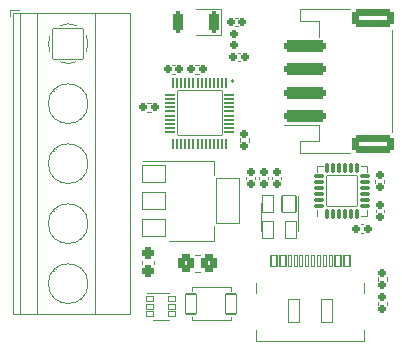
<source format=gbr>
%TF.GenerationSoftware,KiCad,Pcbnew,(6.0.0-0)*%
%TF.CreationDate,2022-12-06T19:34:54+01:00*%
%TF.ProjectId,esp32-led,65737033-322d-46c6-9564-2e6b69636164,rev?*%
%TF.SameCoordinates,Original*%
%TF.FileFunction,Legend,Top*%
%TF.FilePolarity,Positive*%
%FSLAX46Y46*%
G04 Gerber Fmt 4.6, Leading zero omitted, Abs format (unit mm)*
G04 Created by KiCad (PCBNEW (6.0.0-0)) date 2022-12-06 19:34:54*
%MOMM*%
%LPD*%
G01*
G04 APERTURE LIST*
G04 Aperture macros list*
%AMRoundRect*
0 Rectangle with rounded corners*
0 $1 Rounding radius*
0 $2 $3 $4 $5 $6 $7 $8 $9 X,Y pos of 4 corners*
0 Add a 4 corners polygon primitive as box body*
4,1,4,$2,$3,$4,$5,$6,$7,$8,$9,$2,$3,0*
0 Add four circle primitives for the rounded corners*
1,1,$1+$1,$2,$3*
1,1,$1+$1,$4,$5*
1,1,$1+$1,$6,$7*
1,1,$1+$1,$8,$9*
0 Add four rect primitives between the rounded corners*
20,1,$1+$1,$2,$3,$4,$5,0*
20,1,$1+$1,$4,$5,$6,$7,0*
20,1,$1+$1,$6,$7,$8,$9,0*
20,1,$1+$1,$8,$9,$2,$3,0*%
G04 Aperture macros list end*
%ADD10C,0.120000*%
%ADD11C,0.175000*%
%ADD12RoundRect,0.190000X-0.140000X-0.170000X0.140000X-0.170000X0.140000X0.170000X-0.140000X0.170000X0*%
%ADD13RoundRect,0.050000X-1.300000X1.300000X-1.300000X-1.300000X1.300000X-1.300000X1.300000X1.300000X0*%
%ADD14C,2.700000*%
%ADD15RoundRect,0.250000X0.200000X0.700000X-0.200000X0.700000X-0.200000X-0.700000X0.200000X-0.700000X0*%
%ADD16RoundRect,0.050000X0.600000X0.700000X-0.600000X0.700000X-0.600000X-0.700000X0.600000X-0.700000X0*%
%ADD17RoundRect,0.050000X0.500000X0.700000X-0.500000X0.700000X-0.500000X-0.700000X0.500000X-0.700000X0*%
%ADD18RoundRect,0.112500X0.062500X-0.350000X0.062500X0.350000X-0.062500X0.350000X-0.062500X-0.350000X0*%
%ADD19RoundRect,0.112500X0.350000X-0.062500X0.350000X0.062500X-0.350000X0.062500X-0.350000X-0.062500X0*%
%ADD20C,0.700000*%
%ADD21RoundRect,0.050000X1.300000X-1.300000X1.300000X1.300000X-1.300000X1.300000X-1.300000X-1.300000X0*%
%ADD22RoundRect,0.050000X-0.450000X-0.850000X0.450000X-0.850000X0.450000X0.850000X-0.450000X0.850000X0*%
%ADD23RoundRect,0.190000X-0.170000X0.140000X-0.170000X-0.140000X0.170000X-0.140000X0.170000X0.140000X0*%
%ADD24C,4.500000*%
%ADD25RoundRect,0.185000X-0.185000X0.135000X-0.185000X-0.135000X0.185000X-0.135000X0.185000X0.135000X0*%
%ADD26RoundRect,0.185000X0.135000X0.185000X-0.135000X0.185000X-0.135000X-0.185000X0.135000X-0.185000X0*%
%ADD27RoundRect,0.190000X0.140000X0.170000X-0.140000X0.170000X-0.140000X-0.170000X0.140000X-0.170000X0*%
%ADD28RoundRect,0.050000X-0.500000X-1.000000X0.500000X-1.000000X0.500000X1.000000X-0.500000X1.000000X0*%
%ADD29O,0.950000X0.700000*%
%ADD30RoundRect,0.050000X-0.260000X-0.500000X0.260000X-0.500000X0.260000X0.500000X-0.260000X0.500000X0*%
%ADD31RoundRect,0.050000X-0.135000X-0.500000X0.135000X-0.500000X0.135000X0.500000X-0.135000X0.500000X0*%
%ADD32O,1.400000X2.400000*%
%ADD33O,1.400000X2.700000*%
%ADD34RoundRect,0.050000X-1.875000X1.875000X-1.875000X-1.875000X1.875000X-1.875000X1.875000X1.875000X0*%
%ADD35RoundRect,0.050000X-0.400000X0.075000X-0.400000X-0.075000X0.400000X-0.075000X0.400000X0.075000X0*%
%ADD36RoundRect,0.050000X-0.075000X-0.400000X0.075000X-0.400000X0.075000X0.400000X-0.075000X0.400000X0*%
%ADD37RoundRect,0.275000X-0.250000X0.225000X-0.250000X-0.225000X0.250000X-0.225000X0.250000X0.225000X0*%
%ADD38RoundRect,0.185000X0.185000X-0.135000X0.185000X0.135000X-0.185000X0.135000X-0.185000X-0.135000X0*%
%ADD39RoundRect,0.300000X1.500000X-0.250000X1.500000X0.250000X-1.500000X0.250000X-1.500000X-0.250000X0*%
%ADD40RoundRect,0.300001X1.449999X-0.499999X1.449999X0.499999X-1.449999X0.499999X-1.449999X-0.499999X0*%
%ADD41RoundRect,0.300000X0.350000X0.450000X-0.350000X0.450000X-0.350000X-0.450000X0.350000X-0.450000X0*%
%ADD42RoundRect,0.197500X-0.172500X0.147500X-0.172500X-0.147500X0.172500X-0.147500X0.172500X0.147500X0*%
%ADD43RoundRect,0.050000X-0.325000X-0.200000X0.325000X-0.200000X0.325000X0.200000X-0.325000X0.200000X0*%
%ADD44RoundRect,0.050000X-1.000000X-0.750000X1.000000X-0.750000X1.000000X0.750000X-1.000000X0.750000X0*%
%ADD45RoundRect,0.050000X-1.000000X-1.900000X1.000000X-1.900000X1.000000X1.900000X-1.000000X1.900000X0*%
G04 APERTURE END LIST*
D10*
%TO.C,C1*%
X24957164Y26815000D02*
X25172836Y26815000D01*
X24957164Y27535000D02*
X25172836Y27535000D01*
%TO.C,J2*%
X6635000Y28200000D02*
X5895000Y28200000D01*
X12070000Y9050000D02*
X12034000Y9085000D01*
X8195000Y27960000D02*
X8195000Y2440000D01*
X13096000Y27960000D02*
X13096000Y2440000D01*
X12070000Y19210000D02*
X12034000Y19245000D01*
X9556000Y6074000D02*
X9521000Y6109000D01*
X5895000Y28200000D02*
X5895000Y27700000D01*
X9772000Y6267000D02*
X9726000Y6314000D01*
X12070000Y3970000D02*
X12034000Y4005000D01*
X11864000Y8845000D02*
X11818000Y8892000D01*
X6135000Y27960000D02*
X6135000Y2440000D01*
X11864000Y3765000D02*
X11818000Y3812000D01*
X9556000Y16234000D02*
X9521000Y16269000D01*
X9772000Y16427000D02*
X9726000Y16474000D01*
X11864000Y13925000D02*
X11818000Y13972000D01*
X12070000Y14130000D02*
X12034000Y14165000D01*
X9556000Y11154000D02*
X9521000Y11189000D01*
X16056000Y27960000D02*
X16056000Y2440000D01*
X16056000Y2440000D02*
X6135000Y2440000D01*
X9556000Y21314000D02*
X9521000Y21349000D01*
X6695000Y27960000D02*
X6695000Y2440000D01*
X9772000Y11347000D02*
X9726000Y11394000D01*
X16056000Y27960000D02*
X6135000Y27960000D01*
X11864000Y19005000D02*
X11818000Y19052000D01*
X9772000Y21507000D02*
X9726000Y21554000D01*
X10111000Y23825000D02*
G75*
G03*
X11478042Y23824573I684001J1534993D01*
G01*
X9260000Y26044000D02*
G75*
G03*
X9114747Y25331195I1535001J-683999D01*
G01*
X11479000Y26895000D02*
G75*
G03*
X10111958Y26895427I-684001J-1534993D01*
G01*
X12330000Y24676000D02*
G75*
G03*
X12330427Y26043042I-1534993J684001D01*
G01*
X9115000Y25360000D02*
G75*
G03*
X9260244Y24676682I1679992J-1D01*
G01*
X12475000Y15200000D02*
G75*
G03*
X12475000Y15200000I-1680000J0D01*
G01*
X12475000Y20280000D02*
G75*
G03*
X12475000Y20280000I-1680000J0D01*
G01*
X12475000Y5040000D02*
G75*
G03*
X12475000Y5040000I-1680000J0D01*
G01*
X12475000Y10120000D02*
G75*
G03*
X12475000Y10120000I-1680000J0D01*
G01*
%TO.C,A1*%
X23720000Y26075000D02*
X23720000Y28275000D01*
X23720000Y28275000D02*
X21620000Y28275000D01*
X23720000Y26075000D02*
X21620000Y26075000D01*
%TO.C,D1*%
X30250000Y9500000D02*
X30250000Y12450000D01*
X27150000Y11900000D02*
X27150000Y9500000D01*
%TO.C,U1*%
X36090000Y15010000D02*
X35615000Y15010000D01*
X36090000Y10790000D02*
X35615000Y10790000D01*
X31870000Y11265000D02*
X31870000Y10790000D01*
X36090000Y14535000D02*
X36090000Y15010000D01*
X31870000Y14535000D02*
X31870000Y15010000D01*
X31870000Y15010000D02*
X32345000Y15010000D01*
X36090000Y11265000D02*
X36090000Y10790000D01*
%TO.C,SW1*%
X21250000Y4450000D02*
X21250000Y4750000D01*
X24550000Y1950000D02*
X24550000Y2250000D01*
X21250000Y4750000D02*
X24550000Y4750000D01*
X21250000Y2250000D02*
X21250000Y1950000D01*
X21250000Y1950000D02*
X24550000Y1950000D01*
X24550000Y4750000D02*
X24550000Y4450000D01*
%TO.C,C7*%
X26610000Y14107836D02*
X26610000Y13892164D01*
X25890000Y14107836D02*
X25890000Y13892164D01*
%TO.C,R7*%
X37020000Y3528641D02*
X37020000Y3221359D01*
X37780000Y3528641D02*
X37780000Y3221359D01*
%TO.C,R1*%
X21873641Y23570000D02*
X21566359Y23570000D01*
X21873641Y22810000D02*
X21566359Y22810000D01*
%TO.C,C3*%
X19827836Y22830000D02*
X19612164Y22830000D01*
X19827836Y23550000D02*
X19612164Y23550000D01*
%TO.C,J1*%
X35880000Y5115000D02*
X35880000Y4260000D01*
X26720000Y1140000D02*
X26720000Y190000D01*
X35880000Y1140000D02*
X35880000Y190000D01*
X26720000Y5115000D02*
X26720000Y4260000D01*
X26720000Y190000D02*
X35880000Y190000D01*
%TO.C,R2*%
X17793641Y19600000D02*
X17486359Y19600000D01*
X17793641Y20360000D02*
X17486359Y20360000D01*
D11*
%TO.C,IC1*%
X24812500Y22199500D02*
G75*
G03*
X24812500Y22199500I-87500J0D01*
G01*
D10*
%TO.C,C8*%
X26990000Y14107836D02*
X26990000Y13892164D01*
X27710000Y14107836D02*
X27710000Y13892164D01*
%TO.C,C4*%
X36820000Y11307836D02*
X36820000Y11092164D01*
X37540000Y11307836D02*
X37540000Y11092164D01*
%TO.C,C6*%
X17040000Y6990580D02*
X17040000Y6709420D01*
X18060000Y6990580D02*
X18060000Y6709420D01*
%TO.C,R6*%
X37780000Y5271359D02*
X37780000Y5578641D01*
X37020000Y5271359D02*
X37020000Y5578641D01*
%TO.C,J3*%
X34640000Y16140000D02*
X30390000Y16140000D01*
X31990000Y18440000D02*
X29100000Y18440000D01*
X38210000Y17860000D02*
X38210000Y26540000D01*
X30390000Y28260000D02*
X30390000Y27240000D01*
X30390000Y27240000D02*
X31990000Y27240000D01*
X30390000Y16140000D02*
X30390000Y17160000D01*
X31990000Y27240000D02*
X31990000Y25960000D01*
X31990000Y17160000D02*
X31990000Y18440000D01*
X30390000Y17160000D02*
X31990000Y17160000D01*
X34640000Y28260000D02*
X30390000Y28260000D01*
%TO.C,R5*%
X21977064Y6015000D02*
X21522936Y6015000D01*
X21977064Y7485000D02*
X21522936Y7485000D01*
%TO.C,C5*%
X35572164Y9340000D02*
X35787836Y9340000D01*
X35572164Y10060000D02*
X35787836Y10060000D01*
%TO.C,R3*%
X37560000Y13853641D02*
X37560000Y13546359D01*
X36800000Y13853641D02*
X36800000Y13546359D01*
%TO.C,C9*%
X28810000Y14107836D02*
X28810000Y13892164D01*
X28090000Y14107836D02*
X28090000Y13892164D01*
%TO.C,R4*%
X25320000Y17046359D02*
X25320000Y17353641D01*
X26080000Y17046359D02*
X26080000Y17353641D01*
%TO.C,C2*%
X25152164Y24610000D02*
X25367836Y24610000D01*
X25152164Y23890000D02*
X25367836Y23890000D01*
%TO.C,Q1*%
X19350000Y4260000D02*
X17450000Y4260000D01*
X17950000Y1940000D02*
X19350000Y1940000D01*
%TO.C,U2*%
X17100000Y15460000D02*
X23110000Y15460000D01*
X23110000Y8640000D02*
X23110000Y9900000D01*
X23110000Y15460000D02*
X23110000Y14200000D01*
X19350000Y8640000D02*
X23110000Y8640000D01*
%TD*%
%LPC*%
D12*
%TO.C,C1*%
X24585000Y27175000D03*
X25545000Y27175000D03*
%TD*%
D13*
%TO.C,J2*%
X10795000Y25360000D03*
D14*
X10795000Y20280000D03*
X10795000Y15200000D03*
X10795000Y10120000D03*
X10795000Y5040000D03*
%TD*%
D15*
%TO.C,A1*%
X23120000Y27175000D03*
X20120000Y27175000D03*
%TD*%
D16*
%TO.C,D1*%
X29470000Y11800000D03*
D17*
X27750000Y11800000D03*
X27750000Y9600000D03*
X29650000Y9600000D03*
%TD*%
D18*
%TO.C,U1*%
X32730000Y10962500D03*
X33230000Y10962500D03*
X33730000Y10962500D03*
X34230000Y10962500D03*
X34730000Y10962500D03*
X35230000Y10962500D03*
D19*
X35917500Y11650000D03*
X35917500Y12150000D03*
X35917500Y12650000D03*
X35917500Y13150000D03*
X35917500Y13650000D03*
X35917500Y14150000D03*
D18*
X35230000Y14837500D03*
X34730000Y14837500D03*
X34230000Y14837500D03*
X33730000Y14837500D03*
X33230000Y14837500D03*
X32730000Y14837500D03*
D19*
X32042500Y14150000D03*
X32042500Y13650000D03*
X32042500Y13150000D03*
X32042500Y12650000D03*
X32042500Y12150000D03*
X32042500Y11650000D03*
D20*
X34730000Y13650000D03*
X33980000Y12900000D03*
X33230000Y13650000D03*
X33230000Y12150000D03*
X34730000Y12150000D03*
D21*
X33980000Y12900000D03*
%TD*%
D22*
%TO.C,SW1*%
X21200000Y3350000D03*
X24600000Y3350000D03*
%TD*%
D23*
%TO.C,C7*%
X26250000Y14480000D03*
X26250000Y13520000D03*
%TD*%
D24*
%TO.C,H1*%
X18300000Y31700000D03*
%TD*%
D25*
%TO.C,R7*%
X37400000Y3885000D03*
X37400000Y2865000D03*
%TD*%
D26*
%TO.C,R1*%
X22230000Y23190000D03*
X21210000Y23190000D03*
%TD*%
D27*
%TO.C,C3*%
X20200000Y23190000D03*
X19240000Y23190000D03*
%TD*%
D20*
%TO.C,J1*%
X28300000Y5850000D03*
D28*
X32700000Y2750000D03*
D29*
X34300000Y5850000D03*
D28*
X29900000Y2750000D03*
D30*
X28200000Y6950000D03*
X28950000Y6950000D03*
D31*
X29550000Y6950000D03*
X31050000Y6950000D03*
X32050000Y6950000D03*
X33050000Y6950000D03*
D30*
X33650000Y6950000D03*
X34400000Y6950000D03*
X34400000Y6950000D03*
X33650000Y6950000D03*
D31*
X32550000Y6950000D03*
X31550000Y6950000D03*
X30550000Y6950000D03*
X30050000Y6950000D03*
D30*
X28950000Y6950000D03*
X28200000Y6950000D03*
D32*
X35620000Y6575000D03*
D33*
X35620000Y2750000D03*
X26980000Y2750000D03*
D32*
X26980000Y6575000D03*
%TD*%
D26*
%TO.C,R2*%
X18150000Y19980000D03*
X17130000Y19980000D03*
%TD*%
D20*
%TO.C,IC1*%
X21925000Y18450000D03*
X20925000Y20450000D03*
X21925000Y19450000D03*
X22925000Y19450000D03*
X21925000Y20450000D03*
X22925000Y20450000D03*
D34*
X21925000Y19450000D03*
D20*
X20925000Y19450000D03*
X20925000Y18450000D03*
X22925000Y18450000D03*
D35*
X24425000Y21025000D03*
X24425000Y20675000D03*
X24425000Y20325000D03*
X24425000Y19975000D03*
X24425000Y19625000D03*
X24425000Y19275000D03*
X24425000Y18925000D03*
X24425000Y18575000D03*
X24425000Y18225000D03*
X24425000Y17875000D03*
D36*
X24200000Y16900000D03*
X23850000Y16900000D03*
X23500000Y16900000D03*
X23150000Y16900000D03*
X22800000Y16900000D03*
X22450000Y16900000D03*
X22100000Y16900000D03*
X21750000Y16900000D03*
X21400000Y16900000D03*
X21050000Y16900000D03*
X20700000Y16900000D03*
X20350000Y16900000D03*
X20000000Y16900000D03*
X19650000Y16900000D03*
D35*
X19425000Y17875000D03*
X19425000Y18225000D03*
X19425000Y18575000D03*
X19425000Y18925000D03*
X19425000Y19275000D03*
X19425000Y19625000D03*
X19425000Y19975000D03*
X19425000Y20325000D03*
X19425000Y20675000D03*
X19425000Y21025000D03*
D36*
X19650000Y22000000D03*
X20000000Y22000000D03*
X20350000Y22000000D03*
X20700000Y22000000D03*
X21050000Y22000000D03*
X21400000Y22000000D03*
X21750000Y22000000D03*
X22100000Y22000000D03*
X22450000Y22000000D03*
X22800000Y22000000D03*
X23150000Y22000000D03*
X23500000Y22000000D03*
X23850000Y22000000D03*
X24200000Y22000000D03*
%TD*%
D23*
%TO.C,C8*%
X27350000Y14480000D03*
X27350000Y13520000D03*
%TD*%
%TO.C,C4*%
X37180000Y11680000D03*
X37180000Y10720000D03*
%TD*%
D37*
%TO.C,C6*%
X17550000Y7625000D03*
X17550000Y6075000D03*
%TD*%
D38*
%TO.C,R6*%
X37400000Y4915000D03*
X37400000Y5935000D03*
%TD*%
D39*
%TO.C,J3*%
X30850000Y19200000D03*
X30850000Y21200000D03*
X30850000Y23200000D03*
X30850000Y25200000D03*
D40*
X36600000Y27550000D03*
X36600000Y16850000D03*
%TD*%
D41*
%TO.C,R5*%
X22750000Y6750000D03*
X20750000Y6750000D03*
%TD*%
D12*
%TO.C,C5*%
X35200000Y9700000D03*
X36160000Y9700000D03*
%TD*%
D25*
%TO.C,R3*%
X37180000Y14210000D03*
X37180000Y13190000D03*
%TD*%
D42*
%TO.C,L1*%
X24815000Y26210000D03*
X24815000Y25240000D03*
%TD*%
D24*
%TO.C,H2*%
X26300000Y31700000D03*
%TD*%
D23*
%TO.C,C9*%
X28450000Y14480000D03*
X28450000Y13520000D03*
%TD*%
D38*
%TO.C,R4*%
X25700000Y16690000D03*
X25700000Y17710000D03*
%TD*%
D12*
%TO.C,C2*%
X24780000Y24250000D03*
X25740000Y24250000D03*
%TD*%
D43*
%TO.C,Q1*%
X17700000Y3750000D03*
X17700000Y3100000D03*
X17700000Y2450000D03*
X19600000Y2450000D03*
X19600000Y3100000D03*
X19600000Y3750000D03*
%TD*%
D44*
%TO.C,U2*%
X18050000Y14350000D03*
D45*
X24350000Y12050000D03*
D44*
X18050000Y12050000D03*
X18050000Y9750000D03*
%TD*%
M02*

</source>
